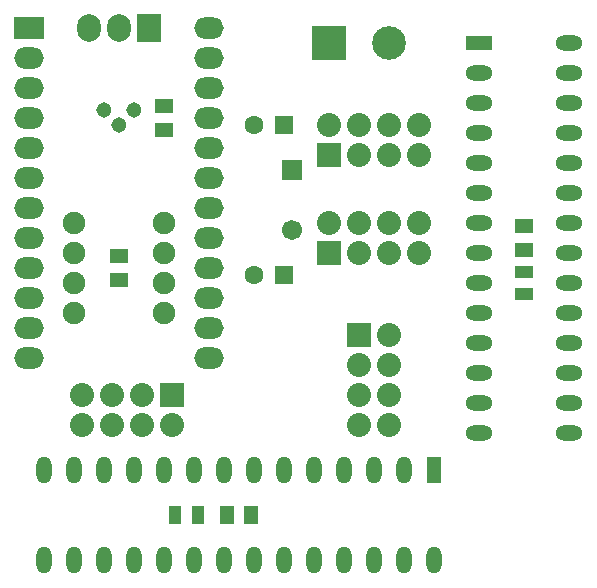
<source format=gbs>
G04 #@! TF.FileFunction,Soldermask,Bot*
%FSLAX46Y46*%
G04 Gerber Fmt 4.6, Leading zero omitted, Abs format (unit mm)*
G04 Created by KiCad (PCBNEW 4.0.2-stable) date 4-8-2016 15:29:53*
%MOMM*%
G01*
G04 APERTURE LIST*
%ADD10C,0.100000*%
%ADD11R,1.604800X1.604800*%
%ADD12C,1.604800*%
%ADD13R,2.504440X1.828800*%
%ADD14O,2.504440X1.828800*%
%ADD15O,2.501900X1.828800*%
%ADD16R,2.032000X2.032000*%
%ADD17O,2.032000X2.032000*%
%ADD18R,2.844800X2.844800*%
%ADD19C,2.844800*%
%ADD20R,2.032000X2.336800*%
%ADD21O,2.032000X2.336800*%
%ADD22C,1.305560*%
%ADD23O,1.904800X1.904800*%
%ADD24R,1.554800X1.304800*%
%ADD25R,1.304800X1.554800*%
%ADD26R,1.604800X1.004800*%
%ADD27R,1.004800X1.604800*%
%ADD28R,2.304800X1.304800*%
%ADD29O,2.304800X1.304800*%
%ADD30R,1.304800X2.304800*%
%ADD31O,1.304800X2.304800*%
%ADD32R,1.701800X1.701800*%
%ADD33C,1.701800*%
G04 APERTURE END LIST*
D10*
D11*
X93495000Y-103495000D03*
D12*
X90995000Y-103495000D03*
D11*
X93495000Y-90795000D03*
D12*
X90995000Y-90795000D03*
D13*
X71905000Y-82540000D03*
D14*
X71905000Y-85080000D03*
X71905000Y-87620000D03*
X71905000Y-90160000D03*
X71905000Y-92700000D03*
X71905000Y-95240000D03*
X71905000Y-97780000D03*
X71905000Y-100320000D03*
X71905000Y-102860000D03*
X71905000Y-105400000D03*
X71905000Y-107940000D03*
X71905000Y-110480000D03*
X87145000Y-110480000D03*
D15*
X87145000Y-107940000D03*
X87145000Y-105400000D03*
X87145000Y-102860000D03*
X87145000Y-100320000D03*
X87145000Y-97780000D03*
X87145000Y-95240000D03*
X87145000Y-92700000D03*
X87145000Y-90160000D03*
X87145000Y-87620000D03*
X87145000Y-85080000D03*
X87145000Y-82540000D03*
D16*
X97305000Y-93335000D03*
D17*
X97305000Y-90795000D03*
X99845000Y-93335000D03*
X99845000Y-90795000D03*
X102385000Y-93335000D03*
X102385000Y-90795000D03*
X104925000Y-93335000D03*
X104925000Y-90795000D03*
D18*
X97305000Y-83810000D03*
D19*
X102385000Y-83810000D03*
D16*
X97305000Y-101590000D03*
D17*
X97305000Y-99050000D03*
X99845000Y-101590000D03*
X99845000Y-99050000D03*
X102385000Y-101590000D03*
X102385000Y-99050000D03*
X104925000Y-101590000D03*
X104925000Y-99050000D03*
D20*
X82065000Y-82540000D03*
D21*
X79525000Y-82540000D03*
X76985000Y-82540000D03*
D16*
X99845000Y-108575000D03*
D17*
X102385000Y-108575000D03*
X99845000Y-111115000D03*
X102385000Y-111115000D03*
X99845000Y-113655000D03*
X102385000Y-113655000D03*
X99845000Y-116195000D03*
X102385000Y-116195000D03*
D16*
X83970000Y-113655000D03*
D17*
X83970000Y-116195000D03*
X81430000Y-113655000D03*
X81430000Y-116195000D03*
X78890000Y-113655000D03*
X78890000Y-116195000D03*
X76350000Y-113655000D03*
X76350000Y-116195000D03*
D22*
X79525000Y-90795000D03*
X78255000Y-89525000D03*
X80795000Y-89525000D03*
D23*
X75715000Y-99050000D03*
X75715000Y-101590000D03*
X75715000Y-104130000D03*
X75715000Y-106670000D03*
X83335000Y-106670000D03*
X83335000Y-104130000D03*
X83335000Y-101590000D03*
X83335000Y-99050000D03*
D24*
X83335000Y-89160000D03*
X83335000Y-91160000D03*
X113815000Y-101320000D03*
X113815000Y-99320000D03*
D25*
X88685000Y-123815000D03*
X90685000Y-123815000D03*
D24*
X79525000Y-101860000D03*
X79525000Y-103860000D03*
D26*
X113815000Y-103180000D03*
X113815000Y-105080000D03*
D27*
X86190000Y-123815000D03*
X84290000Y-123815000D03*
D28*
X110005000Y-83810000D03*
D29*
X110005000Y-86350000D03*
X110005000Y-88890000D03*
X110005000Y-91430000D03*
X110005000Y-93970000D03*
X110005000Y-96510000D03*
X110005000Y-99050000D03*
X110005000Y-101590000D03*
X110005000Y-104130000D03*
X110005000Y-106670000D03*
X110005000Y-109210000D03*
X110005000Y-111750000D03*
X110005000Y-114290000D03*
X110005000Y-116830000D03*
X117625000Y-116830000D03*
X117625000Y-114290000D03*
X117625000Y-111750000D03*
X117625000Y-109210000D03*
X117625000Y-106670000D03*
X117625000Y-104130000D03*
X117625000Y-101590000D03*
X117625000Y-99050000D03*
X117625000Y-96510000D03*
X117625000Y-93970000D03*
X117625000Y-91430000D03*
X117625000Y-88890000D03*
X117625000Y-86350000D03*
X117625000Y-83810000D03*
D30*
X106195000Y-120005000D03*
D31*
X103655000Y-120005000D03*
X101115000Y-120005000D03*
X98575000Y-120005000D03*
X96035000Y-120005000D03*
X93495000Y-120005000D03*
X90955000Y-120005000D03*
X88415000Y-120005000D03*
X85875000Y-120005000D03*
X83335000Y-120005000D03*
X80795000Y-120005000D03*
X78255000Y-120005000D03*
X75715000Y-120005000D03*
X73175000Y-120005000D03*
X73175000Y-127625000D03*
X75715000Y-127625000D03*
X78255000Y-127625000D03*
X80795000Y-127625000D03*
X83335000Y-127625000D03*
X85875000Y-127625000D03*
X88415000Y-127625000D03*
X90955000Y-127625000D03*
X93495000Y-127625000D03*
X96035000Y-127625000D03*
X98575000Y-127625000D03*
X101115000Y-127625000D03*
X103655000Y-127625000D03*
X106195000Y-127625000D03*
D32*
X94130000Y-94605000D03*
D33*
X94130000Y-99685000D03*
M02*

</source>
